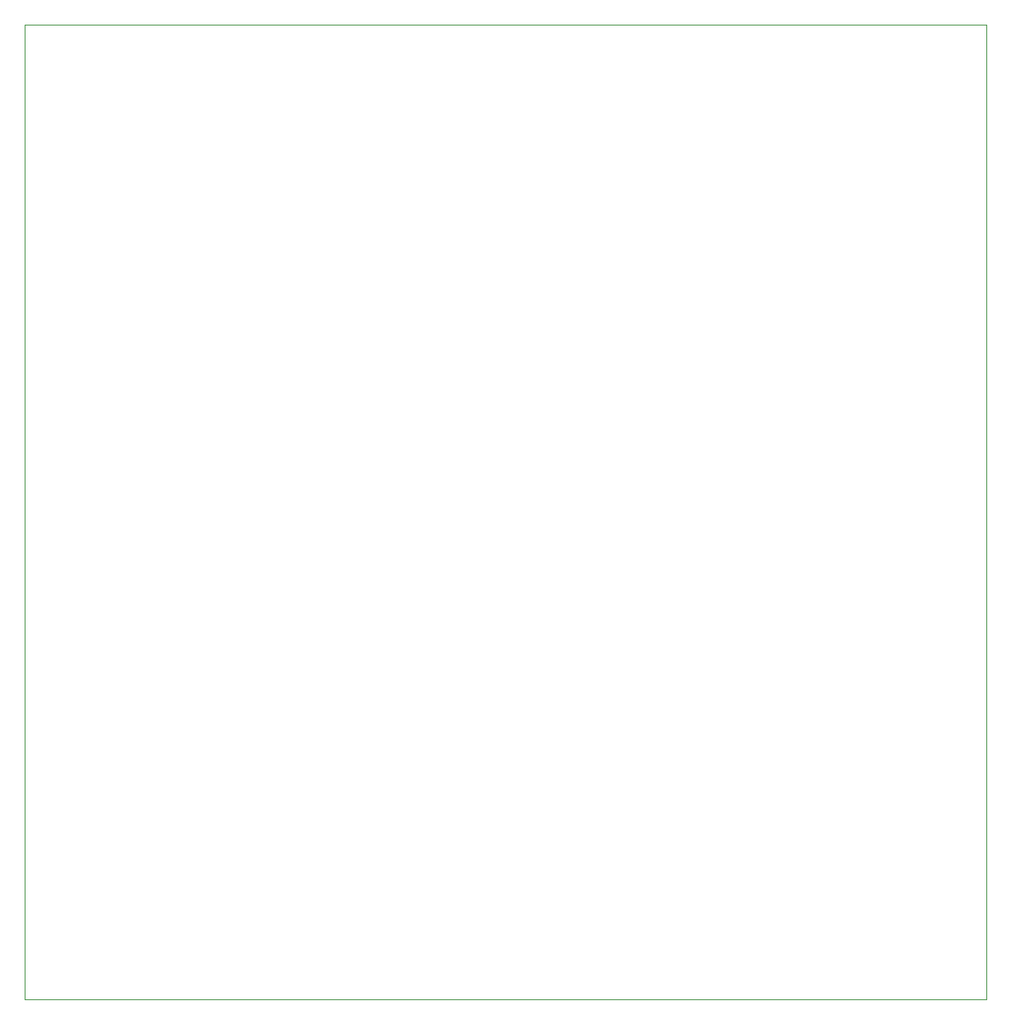
<source format=gbr>
%TF.GenerationSoftware,KiCad,Pcbnew,(6.0.1)*%
%TF.CreationDate,2022-03-08T21:02:58+01:00*%
%TF.ProjectId,Z80CPM,5a383043-504d-42e6-9b69-6361645f7063,rev?*%
%TF.SameCoordinates,Original*%
%TF.FileFunction,Profile,NP*%
%FSLAX46Y46*%
G04 Gerber Fmt 4.6, Leading zero omitted, Abs format (unit mm)*
G04 Created by KiCad (PCBNEW (6.0.1)) date 2022-03-08 21:02:58*
%MOMM*%
%LPD*%
G01*
G04 APERTURE LIST*
%TA.AperFunction,Profile*%
%ADD10C,0.100000*%
%TD*%
G04 APERTURE END LIST*
D10*
X25400000Y-125730000D02*
X25400000Y-25400000D01*
X124460000Y-125730000D02*
X124460000Y-25400000D01*
X25400000Y-125730000D02*
X124460000Y-125730000D01*
X25400000Y-25400000D02*
X124460000Y-25400000D01*
M02*

</source>
